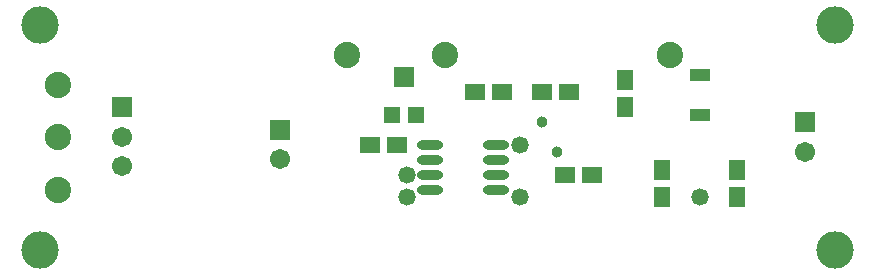
<source format=gbr>
G04 DipTrace 3.3.1.3*
G04 TopMask.gbr*
%MOIN*%
G04 #@! TF.FileFunction,Soldermask,Top*
G04 #@! TF.Part,Single*
%ADD37C,0.125*%
%ADD41C,0.03788*%
%ADD43C,0.05788*%
%ADD45O,0.08788X0.03188*%
%ADD47R,0.070872X0.066935*%
%ADD49R,0.055124X0.055124*%
%ADD51C,0.06725*%
%ADD53R,0.06725X0.06725*%
%ADD55R,0.070872X0.039376*%
%ADD59R,0.05788X0.06788*%
%ADD61R,0.06788X0.05788*%
%ADD63C,0.08788*%
%FSLAX26Y26*%
G04*
G70*
G90*
G75*
G01*
G04 TopMask*
%LPD*%
D43*
X1325000Y275000D3*
Y350000D3*
X1700000Y450000D3*
Y275000D3*
D41*
X1775000Y525000D3*
X1825000Y425000D3*
D43*
X2300000Y275000D3*
D63*
X162500Y300000D3*
X2200000Y750000D3*
D61*
X1850000Y350000D3*
X1940000D3*
X1775000Y625000D3*
X1865000D3*
D59*
X2175000Y275000D3*
Y365000D3*
D55*
X2300000Y550000D3*
Y683858D3*
D63*
X1450000Y750000D3*
X162500Y475000D3*
D37*
X2750000Y850000D3*
Y100000D3*
X100000Y850000D3*
Y100000D3*
D53*
X900000Y500000D3*
D51*
Y401575D3*
D53*
X2650000Y525000D3*
D51*
Y426575D3*
D53*
X375000Y575000D3*
D51*
Y476575D3*
Y378150D3*
D61*
X1200000Y450000D3*
X1290000D3*
D49*
X1275000Y550000D3*
D47*
X1314370Y676772D3*
D49*
X1353740Y550040D3*
D61*
X1550000Y625000D3*
X1640000D3*
D59*
X2050000Y575000D3*
Y665000D3*
X2425000Y275000D3*
Y365000D3*
D45*
X1400000Y300000D3*
X1620000Y450000D3*
Y400000D3*
Y350000D3*
Y300000D3*
X1400000Y350000D3*
Y400000D3*
Y450000D3*
D63*
X1125000Y750000D3*
X162500Y650000D3*
M02*

</source>
